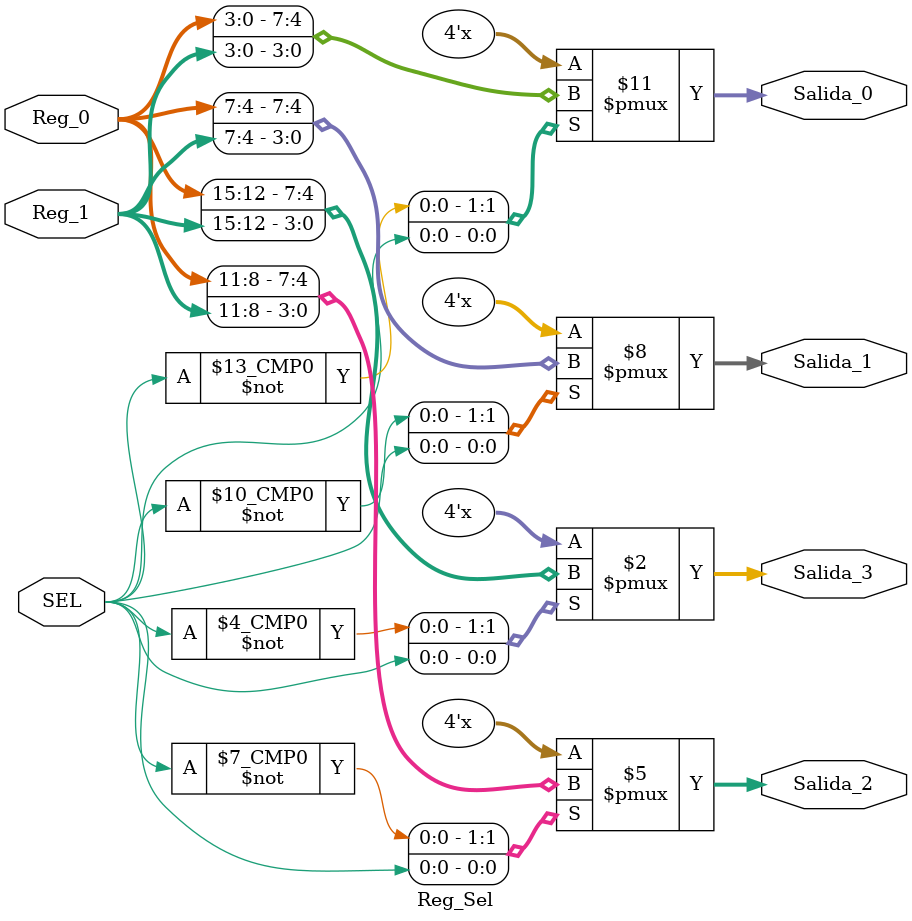
<source format=v>
module Reg_Sel (input [15:0] Reg_0,Reg_1, input SEL, output reg [3:0] Salida_0,Salida_1,Salida_2,Salida_3);
always @(*) begin
        case(SEL)
            0: begin
                    Salida_0=Reg_0[3:0];
                    Salida_1=Reg_0[7:4];
                    Salida_2=Reg_0[11:8];
                    Salida_3=Reg_0[15:12];
                end 
            1: begin
                    Salida_0=Reg_1[3:0];
                    Salida_1=Reg_1[7:4];
                    Salida_2=Reg_1[11:8];
                    Salida_3=Reg_1[15:12];
                end
        endcase
    end
endmodule
</source>
